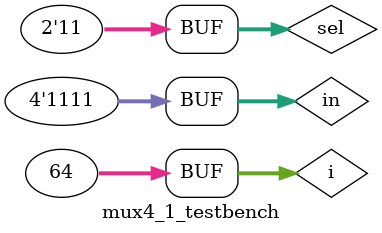
<source format=sv>
`timescale 1ns/10ps

module mux4_1(sel, in, out);    
	output logic out;  
	input logic [1:0] sel;
	input logic [3:0] in;

	logic [1:0] wires;     

	//make 4:1 mux by combining 3 2:1 mux
	//2 2:1 for the in values
	//1 2:1 for making the out value
	
	mux2_1 m0 (.sel(sel[0]), .in(in[1:0]), .out(wires[0]));
	mux2_1 m1 (.sel(sel[0]), .in(in[3:2]), .out(wires[1]));

	mux2_1 m (.sel(sel[1]), .in(wires[1:0]), .out(out));
endmodule    

module mux4_1_testbench();     
   logic out;
	logic [1:0] sel;
	logic [3:0] in;
	
	mux4_1 dut (.sel, .in, .out);   
	
	integer i;
	initial begin
		for (i = 0; i < 2**6; i++) begin
			{sel, in} = i; #10;
		end
	end 
endmodule

</source>
